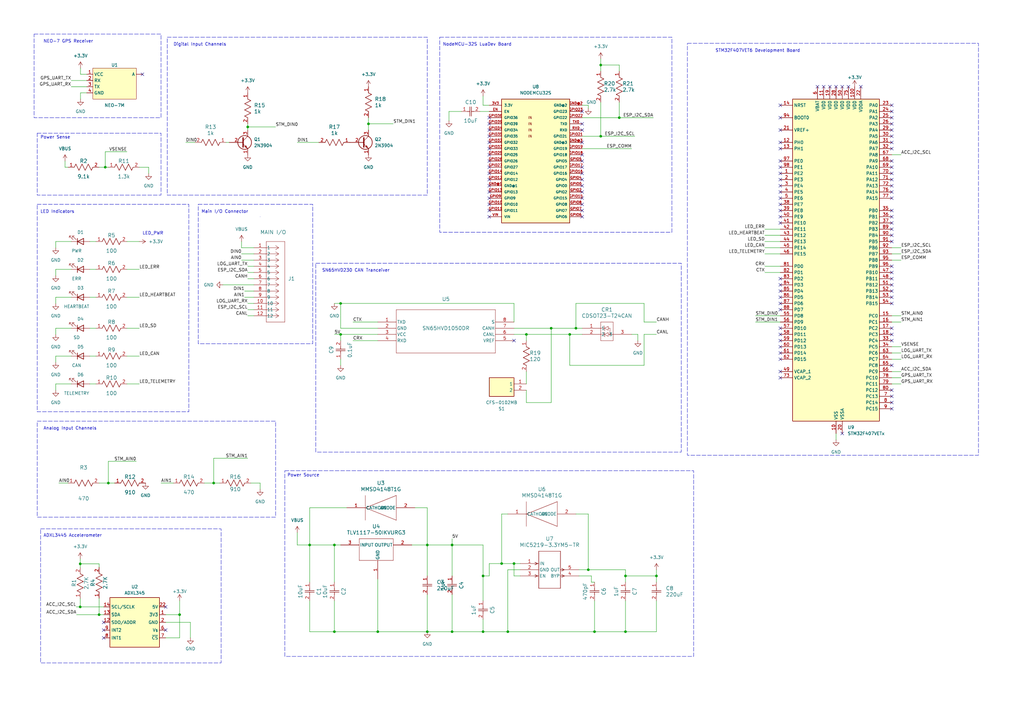
<source format=kicad_sch>
(kicad_sch (version 20230121) (generator eeschema)
  (paper "A3")
  (lib_symbols
    (symbol "39301121:39301121" (pin_names (offset 0.254))
      (property "Reference" "J" (at 8.89 6.35 0))
      (property "Value" "39301121" (at 0 0 0))
      (symbol "39301121_1_1"
        (pin unspecified line (at 0 0 0) (length 5.08) (name "1") (number "1"))
        (pin unspecified line (at 0 -22.86 0) (length 5.08) (name "10") (number "10"))
        (pin unspecified line (at 0 -25.4 0) (length 5.08) (name "11") (number "11"))
        (pin unspecified line (at 0 -27.94 0) (length 5.08) (name "12") (number "12"))
        (pin unspecified line (at 0 -2.54 0) (length 5.08) (name "2") (number "2"))
        (pin unspecified line (at 0 -5.08 0) (length 5.08) (name "3") (number "3"))
        (pin unspecified line (at 0 -7.62 0) (length 5.08) (name "4") (number "4"))
        (pin unspecified line (at 0 -10.16 0) (length 5.08) (name "5") (number "5"))
        (pin unspecified line (at 0 -12.7 0) (length 5.08) (name "6") (number "6"))
        (pin unspecified line (at 0 -15.24 0) (length 5.08) (name "7") (number "7"))
        (pin unspecified line (at 0 -17.78 0) (length 5.08) (name "8") (number "8"))
        (pin unspecified line (at 0 -20.32 0) (length 5.08) (name "9") (number "9"))
      )
    )
    (symbol "ADXL345:ADXL345_MODULE"
      (property "Reference" "U6" (at 0 -3.81 0))
      (property "Value" "ADXL345" (at -0.635 -27.94 0))
      (symbol "ADXL345_MODULE_1_1"
        (pin power_in line (at 12.065 -12.7 180) (length 2.54) (name "3V3") (number "1"))
        (pin bidirectional line (at -13.335 -15.875 0) (length 2.54) (name "SDO/ADDR") (number "12"))
        (pin bidirectional line (at -13.335 -12.7 0) (length 2.54) (name "SDA") (number "13"))
        (pin input line (at -13.335 -9.525 0) (length 2.54) (name "SCL/SCLK") (number "14"))
        (pin power_in line (at 12.065 -15.875 180) (length 2.54) (name "GND") (number "2"))
        (pin passive line (at 12.065 -9.525 180) (length 2.54) (name "5V") (number "22"))
        (pin power_in line (at 12.065 -19.05 180) (length 2.54) (name "Vs") (number "6"))
        (pin input line (at 12.065 -22.225 180) (length 2.54) (name "~{CS}") (number "7"))
        (pin output line (at -13.335 -22.225 0) (length 2.54) (name "INT1") (number "8"))
        (pin output line (at -13.335 -19.05 0) (length 2.54) (name "INT2") (number "9"))
      )
    )
    (symbol "CFS-0102MB:CFS-0102MB"
      (property "Reference" "S" (at 16.51 7.62 0))
      (property "Value" "CFS-0102MB" (at 16.51 5.08 0))
      (symbol "CFS-0102MB_1_1"
        (pin passive line (at 0 0 0) (length 5.08) (name "1") (number "1"))
        (pin passive line (at 0 -2.54 0) (length 5.08) (name "2") (number "2"))
      )
    )
    (symbol "CL31B106KOHNNWE:CL31B106KOHNNWE" (pin_names (offset 0.254))
      (property "Reference" "C" (at 3.81 3.81 0))
      (property "Value" "CL31B106KOHNNWE" (at 3.81 -3.81 0))
      (symbol "CL31B106KOHNNWE_1_1"
        (pin unspecified line (at 0 0 0) (length 2.54) (name "") (number "1"))
        (pin unspecified line (at 7.62 0 180) (length 2.54) (name "") (number "2"))
      )
    )
    (symbol "Device:LED" (pin_numbers hide) (pin_names (offset 1.016) hide)
      (property "Reference" "D" (at 0 2.54 0))
      (property "Value" "LED" (at 0 -2.54 0))
      (symbol "LED_1_1"
        (pin passive line (at -3.81 0 0) (length 2.54) (name "K") (number "1"))
        (pin passive line (at 3.81 0 180) (length 2.54) (name "A") (number "2"))
      )
    )
    (symbol "ESDA6V1LY:ESDA6V1LY" (pin_names (offset 0.254))
      (property "Reference" "CR" (at 10.16 7.62 0))
      (property "Value" "ESDA6V1LY" (at 10.16 5.08 0))
      (symbol "ESDA6V1LY_1_1"
        (pin unspecified line (at 0 0 0) (length 7.62) (name "1") (number "1"))
        (pin unspecified line (at 0 -2.54 0) (length 7.62) (name "2") (number "2"))
        (pin unspecified line (at 20.32 -2.54 180) (length 7.62) (name "3") (number "3"))
      )
    )
    (symbol "ESK107M025AE3EA:ESK107M025AE3EA" (pin_names (offset 0.254))
      (property "Reference" "C" (at 3.81 3.81 0))
      (property "Value" "ESK107M025AE3EA" (at 3.81 -3.81 0))
      (symbol "ESK107M025AE3EA_1_1"
        (pin unspecified line (at 0 0 0) (length 2.54) (name "") (number "1"))
        (pin unspecified line (at 7.62 0 180) (length 2.54) (name "") (number "2"))
      )
      (symbol "ESK107M025AE3EA_1_2"
        (pin unspecified line (at 0 0 270) (length 2.54) (name "") (number "1"))
        (pin unspecified line (at 0 -7.62 90) (length 2.54) (name "") (number "2"))
      )
    )
    (symbol "MCU_ST_STM32F4:STM32F407VETx"
      (property "Reference" "U" (at -17.78 67.31 0))
      (property "Value" "STM32F407VETx" (at 12.7 67.31 0))
      (symbol "STM32F407VETx_1_1"
        (pin bidirectional line (at -22.86 35.56 0) (length 5.08) (name "PE2") (number "1"))
        (pin power_in line (at 0 -71.12 90) (length 5.08) (name "VSS") (number "10"))
        (pin power_in line (at 7.62 71.12 270) (length 5.08) (name "VDD") (number "100"))
        (pin power_in line (at -5.08 71.12 270) (length 5.08) (name "VDD") (number "11"))
        (pin bidirectional line (at -22.86 48.26 0) (length 5.08) (name "PH0") (number "12"))
        (pin bidirectional line (at -22.86 45.72 0) (length 5.08) (name "PH1") (number "13"))
        (pin input line (at -22.86 63.5 0) (length 5.08) (name "NRST") (number "14"))
        (pin bidirectional line (at 22.86 -22.86 180) (length 5.08) (name "PC0") (number "15"))
        (pin bidirectional line (at 22.86 -25.4 180) (length 5.08) (name "PC1") (number "16"))
        (pin bidirectional line (at 22.86 -27.94 180) (length 5.08) (name "PC2") (number "17"))
        (pin bidirectional line (at 22.86 -30.48 180) (length 5.08) (name "PC3") (number "18"))
        (pin power_in line (at -2.54 71.12 270) (length 5.08) (name "VDD") (number "19"))
        (pin bidirectional line (at -22.86 33.02 0) (length 5.08) (name "PE3") (number "2"))
        (pin power_in line (at 2.54 -71.12 90) (length 5.08) (name "VSSA") (number "20"))
        (pin input line (at -22.86 53.34 0) (length 5.08) (name "VREF+") (number "21"))
        (pin power_in line (at 10.16 71.12 270) (length 5.08) (name "VDDA") (number "22"))
        (pin bidirectional line (at 22.86 63.5 180) (length 5.08) (name "PA0") (number "23"))
        (pin bidirectional line (at 22.86 60.96 180) (length 5.08) (name "PA1") (number "24"))
        (pin bidirectional line (at 22.86 58.42 180) (length 5.08) (name "PA2") (number "25"))
        (pin bidirectional line (at 22.86 55.88 180) (length 5.08) (name "PA3") (number "26"))
        (pin passive line (at 0 -71.12 90) (length 5.08) hide (name "VSS") (number "27"))
        (pin power_in line (at 0 71.12 270) (length 5.08) (name "VDD") (number "28"))
        (pin bidirectional line (at 22.86 53.34 180) (length 5.08) (name "PA4") (number "29"))
        (pin bidirectional line (at -22.86 30.48 0) (length 5.08) (name "PE4") (number "3"))
        (pin bidirectional line (at 22.86 50.8 180) (length 5.08) (name "PA5") (number "30"))
        (pin bidirectional line (at 22.86 48.26 180) (length 5.08) (name "PA6") (number "31"))
        (pin bidirectional line (at 22.86 45.72 180) (length 5.08) (name "PA7") (number "32"))
        (pin bidirectional line (at 22.86 -33.02 180) (length 5.08) (name "PC4") (number "33"))
        (pin bidirectional line (at 22.86 -35.56 180) (length 5.08) (name "PC5") (number "34"))
        (pin bidirectional line (at 22.86 20.32 180) (length 5.08) (name "PB0") (number "35"))
        (pin bidirectional line (at 22.86 17.78 180) (length 5.08) (name "PB1") (number "36"))
        (pin bidirectional line (at 22.86 15.24 180) (length 5.08) (name "PB2") (number "37"))
        (pin bidirectional line (at -22.86 22.86 0) (length 5.08) (name "PE7") (number "38"))
        (pin bidirectional line (at -22.86 20.32 0) (length 5.08) (name "PE8") (number "39"))
        (pin bidirectional line (at -22.86 27.94 0) (length 5.08) (name "PE5") (number "4"))
        (pin bidirectional line (at -22.86 17.78 0) (length 5.08) (name "PE9") (number "40"))
        (pin bidirectional line (at -22.86 15.24 0) (length 5.08) (name "PE10") (number "41"))
        (pin bidirectional line (at -22.86 12.7 0) (length 5.08) (name "PE11") (number "42"))
        (pin bidirectional line (at -22.86 10.16 0) (length 5.08) (name "PE12") (number "43"))
        (pin bidirectional line (at -22.86 7.62 0) (length 5.08) (name "PE13") (number "44"))
        (pin bidirectional line (at -22.86 5.08 0) (length 5.08) (name "PE14") (number "45"))
        (pin bidirectional line (at -22.86 2.54 0) (length 5.08) (name "PE15") (number "46"))
        (pin bidirectional line (at 22.86 -5.08 180) (length 5.08) (name "PB10") (number "47"))
        (pin bidirectional line (at 22.86 -7.62 180) (length 5.08) (name "PB11") (number "48"))
        (pin power_out line (at -22.86 -45.72 0) (length 5.08) (name "VCAP_1") (number "49"))
        (pin bidirectional line (at -22.86 25.4 0) (length 5.08) (name "PE6") (number "5"))
        (pin power_in line (at 2.54 71.12 270) (length 5.08) (name "VDD") (number "50"))
        (pin bidirectional line (at 22.86 -10.16 180) (length 5.08) (name "PB12") (number "51"))
        (pin bidirectional line (at 22.86 -12.7 180) (length 5.08) (name "PB13") (number "52"))
        (pin bidirectional line (at 22.86 -15.24 180) (length 5.08) (name "PB14") (number "53"))
        (pin bidirectional line (at 22.86 -17.78 180) (length 5.08) (name "PB15") (number "54"))
        (pin bidirectional line (at -22.86 -22.86 0) (length 5.08) (name "PD8") (number "55"))
        (pin bidirectional line (at -22.86 -25.4 0) (length 5.08) (name "PD9") (number "56"))
        (pin bidirectional line (at -22.86 -27.94 0) (length 5.08) (name "PD10") (number "57"))
        (pin bidirectional line (at -22.86 -30.48 0) (length 5.08) (name "PD11") (number "58"))
        (pin bidirectional line (at -22.86 -33.02 0) (length 5.08) (name "PD12") (number "59"))
        (pin power_in line (at -7.62 71.12 270) (length 5.08) (name "VBAT") (number "6"))
        (pin bidirectional line (at -22.86 -35.56 0) (length 5.08) (name "PD13") (number "60"))
        (pin bidirectional line (at -22.86 -38.1 0) (length 5.08) (name "PD14") (number "61"))
        (pin bidirectional line (at -22.86 -40.64 0) (length 5.08) (name "PD15") (number "62"))
        (pin bidirectional line (at 22.86 -38.1 180) (length 5.08) (name "PC6") (number "63"))
        (pin bidirectional line (at 22.86 -40.64 180) (length 5.08) (name "PC7") (number "64"))
        (pin bidirectional line (at 22.86 -43.18 180) (length 5.08) (name "PC8") (number "65"))
        (pin bidirectional line (at 22.86 -45.72 180) (length 5.08) (name "PC9") (number "66"))
        (pin bidirectional line (at 22.86 43.18 180) (length 5.08) (name "PA8") (number "67"))
        (pin bidirectional line (at 22.86 40.64 180) (length 5.08) (name "PA9") (number "68"))
        (pin bidirectional line (at 22.86 38.1 180) (length 5.08) (name "PA10") (number "69"))
        (pin bidirectional line (at 22.86 -55.88 180) (length 5.08) (name "PC13") (number "7"))
        (pin bidirectional line (at 22.86 35.56 180) (length 5.08) (name "PA11") (number "70"))
        (pin bidirectional line (at 22.86 33.02 180) (length 5.08) (name "PA12") (number "71"))
        (pin bidirectional line (at 22.86 30.48 180) (length 5.08) (name "PA13") (number "72"))
        (pin power_out line (at -22.86 -48.26 0) (length 5.08) (name "VCAP_2") (number "73"))
        (pin passive line (at 0 -71.12 90) (length 5.08) hide (name "VSS") (number "74"))
        (pin power_in line (at 5.08 71.12 270) (length 5.08) (name "VDD") (number "75"))
        (pin bidirectional line (at 22.86 27.94 180) (length 5.08) (name "PA14") (number "76"))
        (pin bidirectional line (at 22.86 25.4 180) (length 5.08) (name "PA15") (number "77"))
        (pin bidirectional line (at 22.86 -48.26 180) (length 5.08) (name "PC10") (number "78"))
        (pin bidirectional line (at 22.86 -50.8 180) (length 5.08) (name "PC11") (number "79"))
        (pin bidirectional line (at 22.86 -58.42 180) (length 5.08) (name "PC14") (number "8"))
        (pin bidirectional line (at 22.86 -53.34 180) (length 5.08) (name "PC12") (number "80"))
        (pin bidirectional line (at -22.86 -2.54 0) (length 5.08) (name "PD0") (number "81"))
        (pin bidirectional line (at -22.86 -5.08 0) (length 5.08) (name "PD1") (number "82"))
        (pin bidirectional line (at -22.86 -7.62 0) (length 5.08) (name "PD2") (number "83"))
        (pin bidirectional line (at -22.86 -10.16 0) (length 5.08) (name "PD3") (number "84"))
        (pin bidirectional line (at -22.86 -12.7 0) (length 5.08) (name "PD4") (number "85"))
        (pin bidirectional line (at -22.86 -15.24 0) (length 5.08) (name "PD5") (number "86"))
        (pin bidirectional line (at -22.86 -17.78 0) (length 5.08) (name "PD6") (number "87"))
        (pin bidirectional line (at -22.86 -20.32 0) (length 5.08) (name "PD7") (number "88"))
        (pin bidirectional line (at 22.86 12.7 180) (length 5.08) (name "PB3") (number "89"))
        (pin bidirectional line (at 22.86 -60.96 180) (length 5.08) (name "PC15") (number "9"))
        (pin bidirectional line (at 22.86 10.16 180) (length 5.08) (name "PB4") (number "90"))
        (pin bidirectional line (at 22.86 7.62 180) (length 5.08) (name "PB5") (number "91"))
        (pin bidirectional line (at 22.86 5.08 180) (length 5.08) (name "PB6") (number "92"))
        (pin bidirectional line (at 22.86 2.54 180) (length 5.08) (name "PB7") (number "93"))
        (pin input line (at -22.86 58.42 0) (length 5.08) (name "BOOT0") (number "94"))
        (pin bidirectional line (at 22.86 0 180) (length 5.08) (name "PB8") (number "95"))
        (pin bidirectional line (at 22.86 -2.54 180) (length 5.08) (name "PB9") (number "96"))
        (pin bidirectional line (at -22.86 40.64 0) (length 5.08) (name "PE0") (number "97"))
        (pin bidirectional line (at -22.86 38.1 0) (length 5.08) (name "PE1") (number "98"))
        (pin passive line (at 0 -71.12 90) (length 5.08) hide (name "VSS") (number "99"))
      )
    )
    (symbol "MIC5219_3_3YM5_TR:MIC5219-3.3YM5-TR" (pin_names (offset 0.254))
      (property "Reference" "U" (at 27.94 10.16 0))
      (property "Value" "MIC5219-3.3YM5-TR" (at 27.94 7.62 0))
      (symbol "MIC5219-3.3YM5-TR_0_1"
        (pin input line (at 16.51 0 0) (length 7.62) (name "IN") (number "1"))
        (pin power_in line (at 16.51 -2.54 0) (length 7.62) (name "GND") (number "2"))
        (pin input line (at 16.51 -5.08 0) (length 7.62) (name "EN") (number "3"))
        (pin output line (at 40.64 -5.08 180) (length 7.62) (name "BYP") (number "4"))
        (pin output line (at 40.64 -2.54 180) (length 7.62) (name "OUT") (number "5"))
      )
    )
    (symbol "MMSD4148T1G:MMSD4148T1G" (pin_names (offset 0.254))
      (property "Reference" "U" (at 25.4 10.16 0))
      (property "Value" "MMSD4148T1G" (at 25.4 7.62 0))
      (symbol "MMSD4148T1G_0_1"
        (pin unspecified line (at 50.8 0 180) (length 7.62) (name "ANODE") (number "2"))
      )
      (symbol "MMSD4148T1G_1_1"
        (pin unspecified line (at 22.86 0 0) (length 7.62) (name "CATHODE") (number "1"))
      )
    )
    (symbol "NEO-7M:NEO-7M_MODULE"
      (property "Reference" "U7" (at 0 0.635 0))
      (property "Value" "NEO-7M" (at 0 -15.875 0))
      (symbol "NEO-7M_MODULE_1_1"
        (pin input line (at 11.43 -3.81 180) (length 2.54) (name "A") (number ""))
        (pin input line (at -11.43 -3.81 0) (length 2.54) (name "VCC") (number "1"))
        (pin input line (at -11.43 -6.35 0) (length 2.54) (name "RX") (number "2"))
        (pin input line (at -11.43 -8.89 0) (length 2.54) (name "TX") (number "3"))
        (pin input line (at -11.43 -11.43 0) (length 2.54) (name "GND") (number "4"))
      )
    )
    (symbol "NODEMCU32S:NODEMCU32S" (pin_names (offset 1.016))
      (property "Reference" "U" (at -12.7 22.86 0))
      (property "Value" "NODEMCU32S" (at -12.7 -30.48 0))
      (symbol "NODEMCU32S_0_0"
        (text "IN" (at -1.905 7.62 0) (effects (font (size 1.016 1.016)) (justify left)))
        (text "IN" (at -1.905 10.16 0) (effects (font (size 1.016 1.016)) (justify left)))
        (text "IN" (at -1.905 12.7 0) (effects (font (size 1.016 1.016)) (justify left)))
        (text "IN" (at -1.905 15.24 0) (effects (font (size 1.016 1.016)) (justify left)))
        (pin bidirectional line (at -17.78 20.32 0) (length 5.08) (name "3.3V") (number "3V3"))
        (pin bidirectional line (at -17.78 17.78 0) (length 5.08) (name "EN") (number "EN"))
        (pin bidirectional line (at -17.78 -12.7 0) (length 5.08) (name "GND@1") (number "GND@1"))
        (pin bidirectional line (at 20.32 20.32 180) (length 5.08) (name "GND@2") (number "GND@2"))
        (pin bidirectional line (at 20.32 5.08 180) (length 5.08) (name "GND@3") (number "GND@3"))
        (pin bidirectional line (at 20.32 -12.7 180) (length 5.08) (name "GPIO0") (number "GPIO0"))
        (pin bidirectional line (at -17.78 -20.32 0) (length 5.08) (name "GPIO10") (number "GPIO10"))
        (pin bidirectional line (at -17.78 -22.86 0) (length 5.08) (name "GPIO11") (number "GPIO11"))
        (pin bidirectional line (at -17.78 -10.16 0) (length 5.08) (name "GPIO12") (number "GPIO12"))
        (pin bidirectional line (at -17.78 -15.24 0) (length 5.08) (name "GPIO13") (number "GPIO13"))
        (pin bidirectional line (at -17.78 -7.62 0) (length 5.08) (name "GPIO14") (number "GPIO14"))
        (pin bidirectional line (at 20.32 -17.78 180) (length 5.08) (name "GPIO15") (number "GPIO15"))
        (pin bidirectional line (at 20.32 -7.62 180) (length 5.08) (name "GPIO16") (number "GPIO16"))
        (pin bidirectional line (at 20.32 -5.08 180) (length 5.08) (name "GPIO17") (number "GPIO17"))
        (pin bidirectional line (at 20.32 0 180) (length 5.08) (name "GPIO18") (number "GPIO18"))
        (pin bidirectional line (at 20.32 2.54 180) (length 5.08) (name "GPIO19") (number "GPIO19"))
        (pin bidirectional line (at 20.32 -15.24 180) (length 5.08) (name "GPIO2") (number "GPIO2"))
        (pin bidirectional line (at 20.32 7.62 180) (length 5.08) (name "GPIO21") (number "GPIO21"))
        (pin bidirectional line (at 20.32 15.24 180) (length 5.08) (name "GPIO22") (number "GPIO22"))
        (pin bidirectional line (at 20.32 17.78 180) (length 5.08) (name "GPIO23") (number "GPIO23"))
        (pin bidirectional line (at -17.78 0 0) (length 5.08) (name "GPIO25") (number "GPIO25"))
        (pin bidirectional line (at -17.78 -2.54 0) (length 5.08) (name "GPIO26") (number "GPIO26"))
        (pin bidirectional line (at -17.78 -5.08 0) (length 5.08) (name "GPIO27") (number "GPIO27"))
        (pin bidirectional line (at -17.78 5.08 0) (length 5.08) (name "GPIO32") (number "GPIO32"))
        (pin bidirectional line (at -17.78 2.54 0) (length 5.08) (name "GPIO33") (number "GPIO33"))
        (pin input line (at -17.78 10.16 0) (length 5.08) (name "GPIO34") (number "GPIO34"))
        (pin input line (at -17.78 7.62 0) (length 5.08) (name "GPIO35") (number "GPIO35"))
        (pin input line (at -17.78 15.24 0) (length 5.08) (name "GPIO36") (number "GPIO36"))
        (pin input line (at -17.78 12.7 0) (length 5.08) (name "GPIO39") (number "GPIO39"))
        (pin bidirectional line (at 20.32 -10.16 180) (length 5.08) (name "GPIO4") (number "GPIO4"))
        (pin bidirectional line (at 20.32 -2.54 180) (length 5.08) (name "GPIO5") (number "GPIO5"))
        (pin bidirectional line (at 20.32 -25.4 180) (length 5.08) (name "GPIO6") (number "GPIO6"))
        (pin bidirectional line (at 20.32 -22.86 180) (length 5.08) (name "GPIO7") (number "GPIO7"))
        (pin bidirectional line (at 20.32 -20.32 180) (length 5.08) (name "GPIO8") (number "GPIO8"))
        (pin bidirectional line (at -17.78 -17.78 0) (length 5.08) (name "GPIO9") (number "GPIO9"))
        (pin bidirectional line (at 20.32 10.16 180) (length 5.08) (name "RX0") (number "RX0"))
        (pin bidirectional line (at 20.32 12.7 180) (length 5.08) (name "TX0") (number "TX0"))
        (pin bidirectional line (at -17.78 -25.4 0) (length 5.08) (name "VIN") (number "VIN"))
      )
    )
    (symbol "RC1206FR-0710KL_1" (pin_names (offset 0.254))
      (property "Reference" "R" (at 5.715 3.81 0))
      (property "Value" "RC1206FR-0710KL" (at 6.35 -3.81 0))
      (symbol "RC1206FR-0710KL_1_1_1"
        (pin unspecified line (at 12.7 0 180) (length 2.54) (name "") (number "1"))
        (pin unspecified line (at 0 0 0) (length 2.54) (name "") (number "2"))
      )
    )
    (symbol "RC1206FR_0710KL:RC1206FR-0710KL" (pin_names (offset 0.254))
      (property "Reference" "R" (at 5.715 3.81 0))
      (property "Value" "RC1206FR-0710KL" (at 6.35 -3.81 0))
      (symbol "RC1206FR-0710KL_1_1"
        (pin unspecified line (at 12.7 0 180) (length 2.54) (name "") (number "1"))
        (pin unspecified line (at 0 0 0) (length 2.54) (name "") (number "2"))
      )
    )
    (symbol "SN65HVD1050DR:SN65HVD1050DR" (pin_names (offset 0.254))
      (property "Reference" "U" (at 27.94 10.16 0))
      (property "Value" "SN65HVD1050DR" (at 27.94 7.62 0))
      (symbol "SN65HVD1050DR_1_1"
        (pin input line (at 0 0 0) (length 7.62) (name "TXD") (number "1"))
        (pin power_in line (at 0 -2.54 0) (length 7.62) (name "GND") (number "2"))
        (pin power_in line (at 0 -5.08 0) (length 7.62) (name "VCC") (number "3"))
        (pin output line (at 0 -7.62 0) (length 7.62) (name "RXD") (number "4"))
        (pin power_in line (at 55.88 -7.62 180) (length 7.62) (name "VREF") (number "5"))
        (pin output line (at 55.88 -5.08 180) (length 7.62) (name "CANL") (number "6"))
        (pin output line (at 55.88 -2.54 180) (length 7.62) (name "CANH") (number "7"))
        (pin input line (at 55.88 0 180) (length 7.62) (name "S") (number "8"))
      )
    )
    (symbol "TLV1117_50IKVURG3:TLV1117-50IKVURG3" (pin_names (offset 0.254))
      (property "Reference" "U" (at 35.56 10.16 0))
      (property "Value" "TLV1117-50IKVURG3" (at 35.56 7.62 0))
      (symbol "TLV1117-50IKVURG3_0_1"
        (pin output line (at 49.53 -1.27 180) (length 7.62) (name "OUTPUT") (number "2"))
      )
      (symbol "TLV1117-50IKVURG3_1_1"
        (pin unspecified line (at 35.56 -15.24 90) (length 7.62) (name "GND") (number "1"))
        (pin input line (at 20.32 -1.27 0) (length 7.62) (name "INPUT") (number "3"))
      )
    )
    (symbol "Transistor_BJT:2N3904" (pin_names (offset 0) hide)
      (property "Reference" "Q" (at 5.08 1.905 0))
      (property "Value" "2N3904" (at 5.08 0 0))
      (symbol "2N3904_1_1"
        (pin passive line (at 2.54 -5.08 90) (length 2.54) (name "E") (number "1"))
        (pin passive line (at -5.08 0 0) (length 5.715) (name "B") (number "2"))
        (pin passive line (at 2.54 5.08 270) (length 2.54) (name "C") (number "3"))
      )
    )
    (symbol "power:+3.3V" (power) (pin_names (offset 0))
      (property "Value" "+3.3V" (at 0 3.556 0))
      (symbol "+3.3V_1_1"
        (pin power_in line (at 0 0 90) (length 0) hide (name "+3.3V") (number "1"))
      )
    )
    (symbol "power:GND" (power) (pin_names (offset 0))
      (property "Value" "GND" (at 0 -3.81 0))
      (symbol "GND_1_1"
        (pin power_in line (at 0 0 270) (length 0) hide (name "GND") (number "1"))
      )
    )
    (symbol "power:VBUS" (power) (pin_names (offset 0))
      (property "Value" "VBUS" (at 0 3.81 0))
      (symbol "VBUS_1_1"
        (pin power_in line (at 0 0 90) (length 0) hide (name "VBUS") (number "1"))
      )
    )
  )
  (junction (at 139.7 124.46))
  (junction (at 154.94 259.08))
  (junction (at 210.82 231.14))
  (junction (at 254 48.26))
  (junction (at 43.18 68.58))
  (junction (at 127 223.52))
  (junction (at 151.13 50.8))
  (junction (at 137.16 259.08))
  (junction (at 241.3 233.68))
  (junction (at 175.26 223.52))
  (junction (at 256.54 236.22))
  (junction (at 269.24 236.22))
  (junction (at 139.7 137.16))
  (junction (at 175.26 259.08))
  (junction (at 73.66 252.095))
  (junction (at 185.42 259.08))
  (junction (at 40.64 252.095))
  (junction (at 137.16 223.52))
  (junction (at 246.38 55.88))
  (junction (at 198.12 236.22))
  (junction (at 243.84 259.08))
  (junction (at 236.22 134.62))
  (junction (at 185.42 223.52))
  (junction (at 205.74 231.14))
  (junction (at 32.893 231.267))
  (junction (at 233.68 137.16))
  (junction (at 32.893 248.92))
  (junction (at 246.38 26.67))
  (junction (at 198.12 259.08))
  (junction (at 208.28 259.08))
  (junction (at 44.45 198.12))
  (junction (at 87.63 198.12))
  (junction (at 256.54 259.08))
  (junction (at 101.6 52.07))
  (junction (at 226.06 134.62))
  (junction (at 215.9 137.16))
  (no_connect (at 320.04 137.16))
  (no_connect (at 238.76 53.34))
  (no_connect (at 337.82 35.56))
  (no_connect (at 365.76 50.8))
  (no_connect (at 238.76 86.36))
  (no_connect (at 365.76 58.42))
  (no_connect (at 365.76 93.98))
  (no_connect (at 320.04 78.74))
  (no_connect (at 238.76 71.12))
  (no_connect (at 238.76 58.42))
  (no_connect (at 320.04 58.42))
  (no_connect (at 200.66 78.74))
  (no_connect (at 200.66 88.9))
  (no_connect (at 365.76 139.7))
  (no_connect (at 365.76 60.96))
  (no_connect (at 58.42 30.48))
  (no_connect (at 320.04 134.62))
  (no_connect (at 365.76 134.62))
  (no_connect (at 200.66 68.58))
  (no_connect (at 200.66 60.96))
  (no_connect (at 320.04 86.36))
  (no_connect (at 365.76 66.04))
  (no_connect (at 238.76 88.9))
  (no_connect (at 320.04 71.12))
  (no_connect (at 365.76 162.56))
  (no_connect (at 67.945 248.92))
  (no_connect (at 238.76 63.5))
  (no_connect (at 365.76 119.38))
  (no_connect (at 320.04 76.2))
  (no_connect (at 200.66 83.82))
  (no_connect (at 365.76 99.06))
  (no_connect (at 200.66 76.2))
  (no_connect (at 320.04 119.38))
  (no_connect (at 365.76 165.1))
  (no_connect (at 365.76 45.72))
  (no_connect (at 365.76 111.76))
  (no_connect (at 365.76 81.28))
  (no_connect (at 200.66 55.88))
  (no_connect (at 320.04 142.24))
  (no_connect (at 365.76 88.9))
  (no_connect (at 200.66 53.34))
  (no_connect (at 200.66 63.5))
  (no_connect (at 365.76 86.36))
  (no_connect (at 365.76 167.64))
  (no_connect (at 320.04 147.32))
  (no_connect (at 238.76 45.72))
  (no_connect (at 365.76 149.86))
  (no_connect (at 238.76 66.04))
  (no_connect (at 365.76 96.52))
  (no_connect (at 365.76 73.66))
  (no_connect (at 200.66 50.8))
  (no_connect (at 42.545 261.62))
  (no_connect (at 42.545 258.445))
  (no_connect (at 365.76 76.2))
  (no_connect (at 365.76 121.92))
  (no_connect (at 200.66 86.36))
  (no_connect (at 353.06 35.56))
  (no_connect (at 320.04 48.26))
  (no_connect (at 238.76 68.58))
  (no_connect (at 335.28 35.56))
  (no_connect (at 320.04 53.34))
  (no_connect (at 320.04 43.18))
  (no_connect (at 238.76 73.66))
  (no_connect (at 320.04 66.04))
  (no_connect (at 365.76 124.46))
  (no_connect (at 365.76 116.84))
  (no_connect (at 365.76 160.02))
  (no_connect (at 200.66 48.26))
  (no_connect (at 210.82 139.7))
  (no_connect (at 320.04 81.28))
  (no_connect (at 200.66 81.28))
  (no_connect (at 320.04 88.9))
  (no_connect (at 320.04 68.58))
  (no_connect (at 365.76 68.58))
  (no_connect (at 365.76 53.34))
  (no_connect (at 238.76 78.74))
  (no_connect (at 238.76 83.82))
  (no_connect (at 365.76 137.16))
  (no_connect (at 238.76 81.28))
  (no_connect (at 320.04 91.44))
  (no_connect (at 320.04 83.82))
  (no_connect (at 365.76 114.3))
  (no_connect (at 320.04 127))
  (no_connect (at 200.66 66.04))
  (no_connect (at 320.04 124.46))
  (no_connect (at 340.36 35.56))
  (no_connect (at 200.66 71.12))
  (no_connect (at 347.98 35.56))
  (no_connect (at 200.66 58.42))
  (no_connect (at 238.76 50.8))
  (no_connect (at 320.04 114.3))
  (no_connect (at 320.04 144.78))
  (no_connect (at 200.66 73.66))
  (no_connect (at 320.04 60.96))
  (no_connect (at 67.945 258.445))
  (no_connect (at 320.04 139.7))
  (no_connect (at 365.76 78.74))
  (no_connect (at 238.76 76.2))
  (no_connect (at 345.44 35.56))
  (no_connect (at 345.44 177.8))
  (no_connect (at 365.76 91.44))
  (no_connect (at 42.545 255.27))
  (no_connect (at 365.76 71.12))
  (no_connect (at 320.04 154.94))
  (no_connect (at 365.76 48.26))
  (no_connect (at 320.04 73.66))
  (no_connect (at 320.04 116.84))
  (no_connect (at 320.04 121.92))
  (no_connect (at 365.76 55.88))
  (no_connect (at 320.04 152.4))
  (no_connect (at 365.76 43.18))
  (no_connect (at 365.76 109.22))
  (no_connect (at 342.9 35.56))
  (wire (pts (xy 43.18 68.58) (xy 43.18 62.23)))
  (wire (pts (xy 127 259.08) (xy 137.16 259.08)))
  (wire (pts (xy 241.3 210.82) (xy 241.3 233.68)))
  (wire (pts (xy 208.28 210.82) (xy 205.74 210.82)))
  (wire (pts (xy 185.42 259.08) (xy 198.12 259.08)))
  (wire (pts (xy 104.14 129.54) (xy 101.6 129.54)))
  (wire (pts (xy 200.66 236.22) (xy 198.12 236.22)))
  (wire (pts (xy 22.86 110.49) (xy 22.86 113.03)))
  (wire (pts (xy 185.42 243.84) (xy 185.42 259.08)))
  (wire (pts (xy 254 41.91) (xy 254 48.26)))
  (wire (pts (xy 215.9 137.16) (xy 233.68 137.16)))
  (wire (pts (xy 215.9 152.4) (xy 215.9 157.48)))
  (wire (pts (xy 32.893 245.491) (xy 32.893 248.92)))
  (wire (pts (xy 241.3 43.18) (xy 241.3 44.45)))
  (wire (pts (xy 208.28 233.68) (xy 208.28 259.08)))
  (wire (pts (xy 44.45 198.12) (xy 46.99 198.12)))
  (wire (pts (xy 365.76 152.4) (xy 369.57 152.4)))
  (wire (pts (xy 36.83 110.49) (xy 39.37 110.49)))
  (wire (pts (xy 256.54 236.22) (xy 256.54 238.76)))
  (wire (pts (xy 137.16 259.08) (xy 154.94 259.08)))
  (wire (pts (xy 73.66 252.095) (xy 73.66 261.62)))
  (wire (pts (xy 101.6 52.07) (xy 113.03 52.07)))
  (wire (pts (xy 22.86 157.48) (xy 22.86 160.02)))
  (wire (pts (xy 205.74 231.14) (xy 200.66 231.14)))
  (wire (pts (xy 185.42 220.98) (xy 185.42 223.52)))
  (wire (pts (xy 264.16 132.08) (xy 269.24 132.08)))
  (wire (pts (xy 154.94 237.49) (xy 154.94 259.08)))
  (wire (pts (xy 33.02 38.1) (xy 33.02 40.64)))
  (wire (pts (xy 26.67 66.04) (xy 26.67 68.58)))
  (wire (pts (xy 32.893 231.267) (xy 32.893 232.791)))
  (wire (pts (xy 52.07 99.06) (xy 57.15 99.06)))
  (wire (pts (xy 100.33 121.92) (xy 104.14 121.92)))
  (wire (pts (xy 365.76 104.14) (xy 369.57 104.14)))
  (wire (pts (xy 144.78 132.08) (xy 154.94 132.08)))
  (wire (pts (xy 73.66 246.38) (xy 73.66 252.095)))
  (wire (pts (xy 29.21 157.48) (xy 22.86 157.48)))
  (wire (pts (xy 151.13 50.8) (xy 151.13 53.34)))
  (wire (pts (xy 256.54 233.68) (xy 256.54 236.22)))
  (wire (pts (xy 246.38 29.21) (xy 246.38 26.67)))
  (wire (pts (xy 259.08 137.16) (xy 261.62 137.16)))
  (wire (pts (xy 365.76 147.32) (xy 369.57 147.32)))
  (wire (pts (xy 29.21 134.62) (xy 22.86 134.62)))
  (wire (pts (xy 365.76 157.48) (xy 369.57 157.48)))
  (wire (pts (xy 91.44 116.84) (xy 104.14 116.84)))
  (wire (pts (xy 200.66 43.18) (xy 198.12 43.18)))
  (wire (pts (xy 313.69 109.22) (xy 320.04 109.22)))
  (wire (pts (xy 22.86 146.05) (xy 22.86 148.59)))
  (wire (pts (xy 22.86 99.06) (xy 22.86 101.6)))
  (wire (pts (xy 210.82 231.14) (xy 205.74 231.14)))
  (wire (pts (xy 83.82 198.12) (xy 87.63 198.12)))
  (wire (pts (xy 142.24 208.28) (xy 127 208.28)))
  (wire (pts (xy 29.21 146.05) (xy 22.86 146.05)))
  (wire (pts (xy 40.64 252.095) (xy 42.545 252.095)))
  (wire (pts (xy 33.02 27.94) (xy 33.02 30.48)))
  (wire (pts (xy 210.82 231.14) (xy 213.36 231.14)))
  (wire (pts (xy 139.7 134.62) (xy 154.94 134.62)))
  (wire (pts (xy 237.49 236.22) (xy 242.57 236.22)))
  (wire (pts (xy 67.945 261.62) (xy 73.66 261.62)))
  (wire (pts (xy 256.54 236.22) (xy 269.24 236.22)))
  (wire (pts (xy 246.38 55.88) (xy 260.35 55.88)))
  (wire (pts (xy 52.07 110.49) (xy 57.15 110.49)))
  (wire (pts (xy 29.21 99.06) (xy 22.86 99.06)))
  (wire (pts (xy 184.15 45.72) (xy 184.15 49.53)))
  (wire (pts (xy 236.22 210.82) (xy 241.3 210.82)))
  (wire (pts (xy 189.23 45.72) (xy 184.15 45.72)))
  (wire (pts (xy 242.57 238.76) (xy 243.84 238.76)))
  (wire (pts (xy 236.22 124.46) (xy 264.16 124.46)))
  (wire (pts (xy 175.26 223.52) (xy 175.26 236.22)))
  (wire (pts (xy 29.21 110.49) (xy 22.86 110.49)))
  (wire (pts (xy 264.16 137.16) (xy 269.24 137.16)))
  (wire (pts (xy 106.68 198.12) (xy 102.87 198.12)))
  (wire (pts (xy 121.92 218.44) (xy 121.92 223.52)))
  (wire (pts (xy 137.16 124.46) (xy 139.7 124.46)))
  (wire (pts (xy 154.94 137.16) (xy 139.7 137.16)))
  (wire (pts (xy 233.68 149.86) (xy 264.16 149.86)))
  (wire (pts (xy 241.3 233.68) (xy 256.54 233.68)))
  (wire (pts (xy 175.26 208.28) (xy 170.18 208.28)))
  (wire (pts (xy 121.92 58.42) (xy 130.81 58.42)))
  (wire (pts (xy 144.78 139.7) (xy 154.94 139.7)))
  (wire (pts (xy 210.82 132.08) (xy 210.82 124.46)))
  (wire (pts (xy 365.76 101.6) (xy 369.57 101.6)))
  (wire (pts (xy 127 223.52) (xy 127 238.76)))
  (wire (pts (xy 198.12 236.22) (xy 198.12 246.38)))
  (wire (pts (xy 238.76 43.18) (xy 241.3 43.18)))
  (wire (pts (xy 256.54 259.08) (xy 243.84 259.08)))
  (wire (pts (xy 40.64 231.267) (xy 32.893 231.267)))
  (wire (pts (xy 32.893 248.92) (xy 31.242 248.92)))
  (wire (pts (xy 309.88 132.08) (xy 320.04 132.08)))
  (wire (pts (xy 196.85 45.72) (xy 200.66 45.72)))
  (wire (pts (xy 208.28 259.08) (xy 198.12 259.08)))
  (wire (pts (xy 185.42 223.52) (xy 185.42 236.22)))
  (wire (pts (xy 175.26 223.52) (xy 185.42 223.52)))
  (wire (pts (xy 365.76 106.68) (xy 369.57 106.68)))
  (wire (pts (xy 309.88 129.54) (xy 320.04 129.54)))
  (wire (pts (xy 139.7 147.32) (xy 139.7 149.86)))
  (wire (pts (xy 198.12 39.37) (xy 198.12 43.18)))
  (wire (pts (xy 43.18 62.23) (xy 52.07 62.23)))
  (wire (pts (xy 365.76 63.5) (xy 369.57 63.5)))
  (wire (pts (xy 44.45 189.23) (xy 44.45 198.12)))
  (wire (pts (xy 210.82 236.22) (xy 210.82 231.14)))
  (wire (pts (xy 269.24 233.68) (xy 269.24 236.22)))
  (wire (pts (xy 137.16 223.52) (xy 137.16 238.76)))
  (wire (pts (xy 365.76 132.08) (xy 369.57 132.08)))
  (wire (pts (xy 215.9 165.1) (xy 226.06 165.1)))
  (wire (pts (xy 42.545 248.92) (xy 32.893 248.92)))
  (wire (pts (xy 154.94 259.08) (xy 175.26 259.08)))
  (wire (pts (xy 168.91 223.52) (xy 175.26 223.52)))
  (wire (pts (xy 238.76 48.26) (xy 254 48.26)))
  (wire (pts (xy 185.42 223.52) (xy 198.12 223.52)))
  (wire (pts (xy 210.82 124.46) (xy 139.7 124.46)))
  (wire (pts (xy 57.15 68.58) (xy 60.96 68.58)))
  (wire (pts (xy 35.56 38.1) (xy 33.02 38.1)))
  (wire (pts (xy 40.64 245.364) (xy 40.64 252.095)))
  (wire (pts (xy 233.68 137.16) (xy 238.76 137.16)))
  (wire (pts (xy 44.45 189.23) (xy 55.88 189.23)))
  (wire (pts (xy 24.13 198.12) (xy 27.94 198.12)))
  (wire (pts (xy 254 26.67) (xy 254 29.21)))
  (wire (pts (xy 365.76 129.54) (xy 369.57 129.54)))
  (wire (pts (xy 151.13 50.8) (xy 161.29 50.8)))
  (wire (pts (xy 342.9 180.34) (xy 342.9 177.8)))
  (wire (pts (xy 238.76 60.96) (xy 259.08 60.96)))
  (wire (pts (xy 127 223.52) (xy 121.92 223.52)))
  (wire (pts (xy 32.893 229.235) (xy 32.893 231.267)))
  (wire (pts (xy 67.945 255.27) (xy 78.105 255.27)))
  (wire (pts (xy 236.22 134.62) (xy 238.76 134.62)))
  (wire (pts (xy 101.6 52.07) (xy 101.6 53.34)))
  (wire (pts (xy 365.76 142.24) (xy 369.57 142.24)))
  (wire (pts (xy 246.38 41.91) (xy 246.38 55.88)))
  (wire (pts (xy 246.38 26.67) (xy 254 26.67)))
  (wire (pts (xy 35.56 30.48) (xy 33.02 30.48)))
  (wire (pts (xy 67.945 252.095) (xy 73.66 252.095)))
  (wire (pts (xy 43.18 68.58) (xy 44.45 68.58)))
  (wire (pts (xy 101.6 114.3) (xy 104.14 114.3)))
  (wire (pts (xy 22.86 134.62) (xy 22.86 137.16)))
  (wire (pts (xy 40.64 68.58) (xy 43.18 68.58)))
  (wire (pts (xy 36.83 157.48) (xy 39.37 157.48)))
  (wire (pts (xy 198.12 223.52) (xy 198.12 236.22)))
  (wire (pts (xy 264.16 124.46) (xy 264.16 132.08)))
  (wire (pts (xy 139.7 124.46) (xy 139.7 134.62)))
  (wire (pts (xy 198.12 259.08) (xy 198.12 254)))
  (wire (pts (xy 313.69 96.52) (xy 320.04 96.52)))
  (wire (pts (xy 87.63 198.12) (xy 90.17 198.12)))
  (wire (pts (xy 365.76 144.78) (xy 369.57 144.78)))
  (wire (pts (xy 36.83 121.92) (xy 39.37 121.92)))
  (wire (pts (xy 243.84 259.08) (xy 208.28 259.08)))
  (wire (pts (xy 365.76 154.94) (xy 369.57 154.94)))
  (wire (pts (xy 261.62 137.16) (xy 261.62 139.7)))
  (wire (pts (xy 210.82 137.16) (xy 215.9 137.16)))
  (wire (pts (xy 26.67 68.58) (xy 27.94 68.58)))
  (wire (pts (xy 205.74 210.82) (xy 205.74 231.14)))
  (wire (pts (xy 226.06 134.62) (xy 236.22 134.62)))
  (wire (pts (xy 137.16 137.16) (xy 139.7 137.16)))
  (wire (pts (xy 100.33 119.38) (xy 104.14 119.38)))
  (wire (pts (xy 213.36 236.22) (xy 210.82 236.22)))
  (wire (pts (xy 101.6 109.22) (xy 104.14 109.22)))
  (wire (pts (xy 254 48.26) (xy 267.97 48.26)))
  (wire (pts (xy 127 223.52) (xy 137.16 223.52)))
  (wire (pts (xy 175.26 259.08) (xy 185.42 259.08)))
  (wire (pts (xy 40.64 198.12) (xy 44.45 198.12)))
  (wire (pts (xy 52.07 121.92) (xy 57.15 121.92)))
  (wire (pts (xy 313.69 99.06) (xy 320.04 99.06)))
  (wire (pts (xy 36.83 146.05) (xy 39.37 146.05)))
  (wire (pts (xy 29.21 35.56) (xy 35.56 35.56)))
  (wire (pts (xy 215.9 160.02) (xy 215.9 165.1)))
  (wire (pts (xy 238.76 55.88) (xy 246.38 55.88)))
  (wire (pts (xy 76.2 58.42) (xy 80.01 58.42)))
  (wire (pts (xy 78.105 255.27) (xy 78.105 261.62)))
  (wire (pts (xy 213.36 233.68) (xy 208.28 233.68)))
  (wire (pts (xy 151.13 48.26) (xy 151.13 50.8)))
  (wire (pts (xy 256.54 246.38) (xy 256.54 259.08)))
  (wire (pts (xy 60.96 68.58) (xy 60.96 71.12)))
  (wire (pts (xy 104.14 127) (xy 101.6 127)))
  (wire (pts (xy 99.06 104.14) (xy 104.14 104.14)))
  (wire (pts (xy 242.57 236.22) (xy 242.57 238.76)))
  (wire (pts (xy 52.07 146.05) (xy 57.15 146.05)))
  (wire (pts (xy 233.68 137.16) (xy 233.68 149.86)))
  (wire (pts (xy 106.68 200.66) (xy 106.68 198.12)))
  (wire (pts (xy 52.07 134.62) (xy 57.15 134.62)))
  (wire (pts (xy 36.83 134.62) (xy 39.37 134.62)))
  (wire (pts (xy 99.06 106.68) (xy 104.14 106.68)))
  (wire (pts (xy 127 246.38) (xy 127 259.08)))
  (wire (pts (xy 210.82 134.62) (xy 226.06 134.62)))
  (wire (pts (xy 31.369 252.095) (xy 40.64 252.095)))
  (wire (pts (xy 264.16 149.86) (xy 264.16 137.16)))
  (wire (pts (xy 236.22 134.62) (xy 236.22 124.46)))
  (wire (pts (xy 52.07 157.48) (xy 57.15 157.48)))
  (wire (pts (xy 200.66 231.14) (xy 200.66 236.22)))
  (wire (pts (xy 99.06 101.6) (xy 104.14 101.6)))
  (wire (pts (xy 92.71 58.42) (xy 93.98 58.42)))
  (wire (pts (xy 22.86 121.92) (xy 22.86 124.46)))
  (wire (pts (xy 137.16 223.52) (xy 139.7 223.52)))
  (wire (pts (xy 104.14 124.46) (xy 101.6 124.46)))
  (wire (pts (xy 40.64 232.664) (xy 40.64 231.267)))
  (wire (pts (xy 313.69 93.98) (xy 320.04 93.98)))
  (wire (pts (xy 269.24 259.08) (xy 256.54 259.08)))
  (wire (pts (xy 269.24 246.38) (xy 269.24 259.08)))
  (wire (pts (xy 243.84 246.38) (xy 243.84 259.08)))
  (wire (pts (xy 313.69 111.76) (xy 320.04 111.76)))
  (wire (pts (xy 36.83 99.06) (xy 39.37 99.06)))
  (wire (pts (xy 29.21 33.02) (xy 35.56 33.02)))
  (wire (pts (xy 269.24 236.22) (xy 269.24 238.76)))
  (wire (pts (xy 87.63 187.96) (xy 101.6 187.96)))
  (wire (pts (xy 215.9 137.16) (xy 215.9 139.7)))
  (wire (pts (xy 101.6 111.76) (xy 104.14 111.76)))
  (wire (pts (xy 237.49 233.68) (xy 241.3 233.68)))
  (wire (pts (xy 313.69 104.14) (xy 320.04 104.14)))
  (wire (pts (xy 101.6 50.8) (xy 101.6 52.07)))
  (wire (pts (xy 175.26 223.52) (xy 175.26 208.28)))
  (wire (pts (xy 127 208.28) (xy 127 223.52)))
  (wire (pts (xy 137.16 246.38) (xy 137.16 259.08)))
  (wire (pts (xy 99.06 99.06) (xy 99.06 101.6)))
  (wire (pts (xy 175.26 243.84) (xy 175.26 259.08)))
  (wire (pts (xy 313.69 101.6) (xy 320.04 101.6)))
  (wire (pts (xy 29.21 121.92) (xy 22.86 121.92)))
  (wire (pts (xy 139.7 137.16) (xy 139.7 139.7)))
  (wire (pts (xy 66.04 198.12) (xy 71.12 198.12)))
  (wire (pts (xy 246.38 24.13) (xy 246.38 26.67)))
  (wire (pts (xy 87.63 198.12) (xy 87.63 187.96)))
  (wire (pts (xy 226.06 165.1) (xy 226.06 134.62)))
  (rectangle (start 15.24 172.72) (end 113.03 212.09) (stroke (width 0) (type dash)))
  (rectangle (start 129.54 107.95) (end 279.4 185.42) (stroke (width 0) (type dash)))
  (rectangle (start 15.24 54.61) (end 66.04 80.01) (stroke (width 0) (type dash)))
  (rectangle (start 106.68 88.9) (end 106.68 88.9))
  (rectangle (start 16.637 216.916) (end 90.678 271.907) (stroke (width 0) (type dash)))
  (rectangle (start 68.58 15.24) (end 175.26 80.01) (stroke (width 0) (type dash)))
  (rectangle (start 281.94 17.78) (end 401.32 186.69) (stroke (width 0) (type dash)))
  (rectangle (start 180.34 15.24) (end 275.59 95.25) (stroke (width 0) (type dash)))
  (rectangle (start 15.24 83.82) (end 77.47 168.91) (stroke (width 0) (type dash)))
  (rectangle (start 81.28 83.82) (end 128.27 140.97) (stroke (width 0) (type dash)))
  (rectangle (start 13.97 13.97) (end 66.04 48.26) (stroke (width 0) (type dash)))
  (text_box "Power Source" (at 116.84 193.04 0) (size 167.64 76.2) (stroke (width 0) (type dash)) (effects (font (size 1.27 1.27)) (justify left top)))
  (text "Analog Input Channels" (at 17.78 176.53 0) (effects (font (size 1.27 1.27)) (justify left bottom)))
  (text "NodeMCU-32S LuaDev Board" (at 181.61 19.05 0) (effects (font (size 1.27 1.27)) (justify left bottom)))
  (text "LED_PWR\n" (at 58.42 96.52 0) (effects (font (size 1.27 1.27)) (justify left bottom)))
  (text "Main I/O Connector\n" (at 82.55 87.63 0) (effects (font (size 1.27 1.27)) (justify left bottom)))
  (text "ADXL3445 Accelerometer\n" (at 17.78 220.472 0) (effects (font (size 1.27 1.27)) (justify left bottom)))
  (text "NEO-7 GPS Receiver" (at 17.78 17.78 0) (effects (font (size 1.27 1.27)) (justify left bottom)))
  (text "Digital Input Channels" (at 71.12 19.05 0) (effects (font (size 1.27 1.27)) (justify left bottom)))
  (text "LED Indicators" (at 16.51 87.63 0) (effects (font (size 1.27 1.27)) (justify left bottom)))
  (text "STM32F407VET6 Development Board" (at 293.37 21.59 0) (effects (font (size 1.27 1.27)) (justify left bottom)))
  (text "Power Sense" (at 16.51 57.15 0) (effects (font (size 1.27 1.27)) (justify left bottom)))
  (text "SN65HVD230 CAN Tranceiver" (at 132.08 111.76 0) (effects (font (size 1.27 1.27)) (justify left bottom)))
  (label "STM_DIN1" (at 309.88 132.08 0))
  (label "STM_AIN1" (at 101.6 187.96 180))
  (label "LED_TELEMETRY" (at 57.15 157.48 0))
  (label "DIN0" (at 99.06 104.14 180))
  (label "ESP_I2C_SDA" (at 369.57 104.14 0))
  (label "LED_SD" (at 313.69 99.06 180))
  (label "ESP_I2C_SDA" (at 267.97 48.26 180))
  (label "CANL" (at 101.6 129.54 180))
  (label "CTX" (at 144.78 132.08 0))
  (label "ESP_COMM" (at 369.57 106.68 0))
  (label "AIN1" (at 100.33 121.92 180))
  (label "VSENSE" (at 369.57 142.24 0))
  (label "STM_AIN0" (at 55.88 189.23 180))
  (label "LED_CAN" (at 57.15 146.05 0))
  (label "GPS_UART_RX" (at 369.57 157.48 0))
  (label "LOG_UART_RX" (at 101.6 124.46 180))
  (label "STM_DIN0" (at 113.03 52.07 0))
  (label "LED_TELEMETRY" (at 313.69 104.14 180))
  (label "GPS_UART_RX" (at 29.21 35.56 180))
  (label "AIN0" (at 99.06 106.68 180))
  (label "CANH" (at 101.6 114.3 180))
  (label "CRX" (at 313.69 109.22 180))
  (label "LED_CAN" (at 313.69 101.6 180))
  (label "ESP_I2C_SCL" (at 369.57 101.6 0))
  (label "LED_ERR" (at 57.15 110.49 0))
  (label "ACC_I2C_SDA" (at 369.57 152.4 0))
  (label "LED_ERR" (at 313.69 93.98 180))
  (label "LED_HEARTBEAT" (at 57.15 121.92 0))
  (label "5V" (at 137.16 137.16 0))
  (label "LED_HEARTBEAT" (at 313.69 96.52 180))
  (label "CRX" (at 144.78 139.7 0))
  (label "DIN1" (at 121.92 58.42 0))
  (label "STM_DIN0" (at 309.88 129.54 0))
  (label "ESP_COMM" (at 259.08 60.96 180))
  (label "GPS_UART_TX" (at 29.21 33.02 180))
  (label "ESP_I2C_SCL" (at 101.6 127 180))
  (label "ACC_I2C_SCL" (at 31.242 248.92 180))
  (label "AIN1" (at 66.04 198.12 0))
  (label "ESP_I2C_SCL" (at 260.35 55.88 180))
  (label "DIN0" (at 76.2 58.42 0))
  (label "STM_AIN0" (at 369.57 129.54 0))
  (label "GPS_UART_TX" (at 369.57 154.94 0))
  (label "CANL" (at 269.24 137.16 0))
  (label "VSENSE" (at 52.07 62.23 180))
  (label "DIN1" (at 100.33 119.38 180))
  (label "ACC_I2C_SDA" (at 31.369 252.095 180))
  (label "ACC_I2C_SCL" (at 369.57 63.5 0))
  (label "STM_DIN1" (at 161.29 50.8 0))
  (label "CANH" (at 269.24 132.08 0))
  (label "STM_AIN1" (at 369.57 132.08 0))
  (label "LOG_UART_TX" (at 101.6 109.22 180))
  (label "LOG_UART_RX" (at 369.57 147.32 0))
  (label "5V" (at 185.42 220.98 0))
  (label "LED_SD" (at 57.15 134.62 0))
  (label "AIN0" (at 24.13 198.12 0))
  (label "ESP_I2C_SDA" (at 101.6 111.76 180))
  (label "CTX" (at 313.69 111.76 180))
  (label "LOG_UART_TX" (at 369.57 144.78 0))
  (symbol (lib_id "power:GND") (at 101.6 63.5 0) (unit 1)
    (property "Reference" "#PWR019" (effects hide))
    (property "Value" "GND" (at 101.6 68.58 0))
  )
  (symbol (lib_id "RC1206FR_0710KL:RC1206FR-0710KL") (at 52.07 134.62 180) (unit 1)
    (property "Reference" "R8" (at 45.72 132.08 0) (effects (font (size 1.524 1.524))))
    (property "Value" "100" (at 45.72 138.43 0) (effects (font (size 1.524 1.524))))
    (property "Footprint" "RC1206FR_0710KL:RC1206N_YAG" (effects hide))
    (property "Datasheet" "RC1206FR-0710KL" (effects hide))
  )
  (symbol (lib_id "RC1206FR_0710KL:RC1206FR-0710KL") (at 102.87 198.12 180) (unit 1)
    (property "Reference" "R16" (at 96.52 195.58 0) (effects (font (size 1.524 1.524))))
    (property "Value" "910" (at 96.52 200.66 0) (effects (font (size 1.524 1.524))))
    (property "Footprint" "RC1206FR_0710KL:RC1206N_YAG" (effects hide))
    (property "Datasheet" "RC1206FR-0710KL" (effects hide))
  )
  (symbol (lib_id "CL31B106KOHNNWE:CL31B106KOHNNWE") (at 137.16 238.76 270) (unit 1)
    (property "Reference" "C2" (at 140.97 242.57 0) (effects (font (size 1.524 1.524))))
    (property "Value" "10uF" (at 133.35 242.57 0) (effects (font (size 1.524 1.524))))
    (property "Footprint" "CAP_CL31_SAM" (effects hide))
    (property "Datasheet" "CL31B106KOHNNWE" (effects hide))
  )
  (symbol (lib_id "MMSD4148T1G:MMSD4148T1G") (at 185.42 210.82 0) (unit 1)
    (property "Reference" "U6" (at 222.25 200.66 0) (effects (font (size 1.524 1.524))))
    (property "Value" "MMSD4148T1G" (at 222.25 203.2 0) (effects (font (size 1.524 1.524))))
    (property "Footprint" "MMSD4148T1G:SOD-123_ONS" (effects hide))
    (property "Datasheet" "MMSD4148T1G" (effects hide))
  )
  (symbol (lib_id "NEO-7M:NEO-7M_MODULE") (at 46.99 26.67 0) (unit 1)
    (property "Reference" "U1" (at 46.99 26.67 0))
    (property "Value" "NEO-7M" (at 46.99 43.18 0))
    (property "Footprint" "footprints:GPS_MODULE" (effects hide))
  )
  (symbol (lib_id "power:+3.3V") (at 57.15 99.06 270) (unit 1)
    (property "Reference" "#PWR011" (effects hide))
    (property "Value" "+3.3V" (at 60.96 99.06 90) (effects (justify left)))
  )
  (symbol (lib_id "Device:LED") (at 33.02 146.05 0) (mirror x) (unit 1)
    (property "Reference" "D5" (at 33.02 142.24 0))
    (property "Value" "CAN" (at 31.4325 149.86 0))
    (property "Footprint" "LED_THT:LED_D3.0mm" (effects hide))
  )
  (symbol (lib_id "power:GND") (at 261.62 139.7 0) (unit 1)
    (property "Reference" "#PWR032" (effects hide))
    (property "Value" "GND" (at 261.62 144.78 0))
  )
  (symbol (lib_id "RC1206FR_0710KL:RC1206FR-0710KL") (at 130.81 58.42 0) (unit 1)
    (property "Reference" "R17" (at 137.16 52.07 0) (effects (font (size 1.524 1.524))))
    (property "Value" "1k" (at 137.16 54.61 0) (effects (font (size 1.524 1.524))))
    (property "Footprint" "RC1206FR_0710KL:RC1206N_YAG" (effects hide))
    (property "Datasheet" "RC1206FR-0710KL" (effects hide))
  )
  (symbol (lib_id "power:GND") (at 91.44 116.84 270) (unit 1)
    (property "Reference" "#PWR016" (effects hide))
    (property "Value" "GND" (at 87.63 116.84 90) (effects (justify right)))
  )
  (symbol (lib_id "power:+3.3V") (at 350.52 35.56 0) (unit 1)
    (property "Reference" "#PWR035" (effects hide))
    (property "Value" "+3.3V" (at 350.52 31.75 0))
  )
  (symbol (lib_id "ESK107M025AE3EA:ESK107M025AE3EA") (at 175.26 236.22 270) (unit 1)
    (property "Reference" "C3" (at 179.07 238.76 90) (effects (font (size 1.524 1.524)) (justify left)))
    (property "Value" "220uF" (at 179.07 241.3 90) (effects (font (size 1.524 1.524)) (justify left)))
    (property "Footprint" "ESK107M025AE3EA:CAP_ESK_E3_KEM" (effects hide))
    (property "Datasheet" "ESK107M025AE3EA" (effects hide))
  )
  (symbol (lib_name "RC1206FR-0710KL_1") (lib_id "RC1206FR_0710KL:RC1206FR-0710KL") (at 40.64 198.12 180) (unit 1)
    (property "Reference" "R3" (at 34.29 191.77 0) (effects (font (size 1.524 1.524))))
    (property "Value" "470" (at 34.29 204.47 0) (effects (font (size 1.524 1.524))))
    (property "Footprint" "RC1206FR_0710KL:RC1206N_YAG" (effects hide))
    (property "Datasheet" "RC1206FR-0710KL" (effects hide))
  )
  (symbol (lib_id "RC1206FR_0710KL:RC1206FR-0710KL") (at 215.9 152.4 90) (unit 1)
    (property "Reference" "R19" (at 217.17 144.78 90) (effects (font (size 1.524 1.524)) (justify right)))
    (property "Value" "120" (at 217.17 147.32 90) (effects (font (size 1.524 1.524)) (justify right)))
    (property "Footprint" "RC1206FR_0710KL:RC1206N_YAG" (effects hide))
    (property "Datasheet" "RC1206FR-0710KL" (effects hide))
  )
  (symbol (lib_id "Device:LED") (at 33.02 99.06 0) (mirror x) (unit 1)
    (property "Reference" "D1" (at 33.02 95.25 0))
    (property "Value" "PWR" (at 31.4325 102.87 0))
    (property "Footprint" "LED_THT:LED_D3.0mm" (effects hide))
  )
  (symbol (lib_id "power:VBUS") (at 99.06 99.06 0) (unit 1)
    (property "Reference" "#PWR017" (effects hide))
    (property "Value" "VBUS" (at 99.06 93.98 0))
  )
  (symbol (lib_id "RC1206FR_0710KL:RC1206FR-0710KL") (at 52.07 157.48 180) (unit 1)
    (property "Reference" "R10" (at 45.72 154.94 0) (effects (font (size 1.524 1.524))))
    (property "Value" "100" (at 45.72 161.29 0) (effects (font (size 1.524 1.524))))
    (property "Footprint" "RC1206FR_0710KL:RC1206N_YAG" (effects hide))
    (property "Datasheet" "RC1206FR-0710KL" (effects hide))
  )
  (symbol (lib_id "CL31B106KOHNNWE:CL31B106KOHNNWE") (at 189.23 45.72 0) (unit 1)
    (property "Reference" "C10" (at 193.04 41.91 0) (effects (font (size 1.524 1.524))))
    (property "Value" "10uF" (at 193.04 49.53 0) (effects (font (size 1.524 1.524))))
    (property "Footprint" "CAP_CL31_SAM" (effects hide))
    (property "Datasheet" "CL31B106KOHNNWE" (effects hide))
  )
  (symbol (lib_id "power:GND") (at 22.86 113.03 0) (unit 1)
    (property "Reference" "#PWR02" (effects hide))
    (property "Value" "GND" (at 22.86 118.11 0))
  )
  (symbol (lib_id "CFS-0102MB:CFS-0102MB") (at 215.9 157.48 0) (mirror y) (unit 1)
    (property "Reference" "S1" (at 205.74 167.64 0))
    (property "Value" "CFS-0102MB" (at 205.74 165.1 0))
    (property "Footprint" "LIB_CFS-0102MB:SOD10040X470N" (effects hide))
    (property "Datasheet" "https://www.nidec-copal-electronics.com/e/catalog/switch/cfs.pdf" (effects hide))
    (property "Height" "4.7" (effects hide))
    (property "Manufacturer_Name" "Copal Electronics" (effects hide))
    (property "Manufacturer_Part_Number" "CFS-0102MB" (effects hide))
  )
  (symbol (lib_id "power:GND") (at 78.105 261.62 0) (unit 1)
    (property "Reference" "#PWR015" (effects hide))
    (property "Value" "GND" (at 78.105 266.065 0))
  )
  (symbol (lib_id "power:+3.3V") (at 32.893 229.235 0) (unit 1)
    (property "Reference" "#PWR08" (effects hide))
    (property "Value" "+3.3V" (at 32.893 224.155 0))
  )
  (symbol (lib_id "RC1206FR_0710KL:RC1206FR-0710KL") (at 40.64 68.58 180) (unit 1)
    (property "Reference" "R2" (at 34.29 66.04 0) (effects (font (size 1.524 1.524))))
    (property "Value" "9.1k" (at 34.29 72.39 0) (effects (font (size 1.524 1.524))))
    (property "Footprint" "RC1206FR_0710KL:RC1206N_YAG" (effects hide))
    (property "Datasheet" "RC1206FR-0710KL" (effects hide))
  )
  (symbol (lib_id "power:+3.3V") (at 246.38 24.13 0) (unit 1)
    (property "Reference" "#PWR031" (effects hide))
    (property "Value" "+3.3V" (at 246.38 19.05 0))
  )
  (symbol (lib_id "RC1206FR_0710KL:RC1206FR-0710KL") (at 52.07 110.49 180) (unit 1)
    (property "Reference" "R6" (at 45.72 107.95 0) (effects (font (size 1.524 1.524))))
    (property "Value" "100" (at 45.72 114.3 0) (effects (font (size 1.524 1.524))))
    (property "Footprint" "RC1206FR_0710KL:RC1206N_YAG" (effects hide))
    (property "Datasheet" "RC1206FR-0710KL" (effects hide))
  )
  (symbol (lib_id "power:GND") (at 59.69 198.12 0) (unit 1)
    (property "Reference" "#PWR012" (effects hide))
    (property "Value" "GND" (at 59.69 203.2 0))
  )
  (symbol (lib_id "power:+3.3V") (at 198.12 39.37 0) (unit 1)
    (property "Reference" "#PWR029" (effects hide))
    (property "Value" "+3.3V" (at 198.12 34.29 0))
  )
  (symbol (lib_id "power:GND") (at 60.96 71.12 0) (unit 1)
    (property "Reference" "#PWR013" (effects hide))
    (property "Value" "GND" (at 60.96 76.2 0))
  )
  (symbol (lib_id "39301121:39301121") (at 104.14 101.6 0) (unit 1)
    (property "Reference" "J1" (at 118.11 114.3 0) (effects (font (size 1.524 1.524)) (justify left)))
    (property "Value" "MAIN I/O" (at 106.68 95.25 0) (effects (font (size 1.524 1.524)) (justify left)))
    (property "Footprint" "CON_39301121" (effects hide))
    (property "Datasheet" "39301121" (effects hide))
  )
  (symbol (lib_id "power:GND") (at 33.02 40.64 0) (unit 1)
    (property "Reference" "#PWR010" (effects hide))
    (property "Value" "GND" (at 33.02 45.72 0))
  )
  (symbol (lib_id "CL31B106KOHNNWE:CL31B106KOHNNWE") (at 185.42 236.22 270) (unit 1)
    (property "Reference" "C4" (at 189.23 240.03 0) (effects (font (size 1.524 1.524))))
    (property "Value" "1uF" (at 181.61 240.03 0) (effects (font (size 1.524 1.524))))
    (property "Footprint" "CAP_CL31_SAM" (effects hide))
    (property "Datasheet" "CL31B106KOHNNWE" (effects hide))
  )
  (symbol (lib_id "TLV1117_50IKVURG3:TLV1117-50IKVURG3") (at 119.38 222.25 0) (unit 1)
    (property "Reference" "U4" (at 154.305 215.9 0) (effects (font (size 1.524 1.524))))
    (property "Value" "TLV1117-50IKVURG3" (at 154.305 218.44 0) (effects (font (size 1.524 1.524))))
    (property "Footprint" "TLV1117_50IKVURG3:KVU3" (effects hide))
    (property "Datasheet" "TLV1117-50IKVURG3" (effects hide))
  )
  (symbol (lib_id "SN65HVD1050DR:SN65HVD1050DR") (at 154.94 132.08 0) (unit 1)
    (property "Reference" "U5" (at 182.88 122.682 0) (effects (font (size 1.524 1.524))))
    (property "Value" "SN65HVD1050DR" (at 182.88 134.62 0) (effects (font (size 1.524 1.524))))
    (property "Footprint" "SN65HVD1050DR:D8" (effects hide))
    (property "Datasheet" "SN65HVD1050DR" (effects hide))
  )
  (symbol (lib_id "RC1206FR_0710KL:RC1206FR-0710KL") (at 80.01 58.42 0) (unit 1)
    (property "Reference" "R13" (at 86.36 52.07 0) (effects (font (size 1.524 1.524))))
    (property "Value" "1k" (at 86.36 54.61 0) (effects (font (size 1.524 1.524))))
    (property "Footprint" "RC1206FR_0710KL:RC1206N_YAG" (effects hide))
    (property "Datasheet" "RC1206FR-0710KL" (effects hide))
  )
  (symbol (lib_id "CL31B106KOHNNWE:CL31B106KOHNNWE") (at 198.12 246.38 270) (unit 1)
    (property "Reference" "C5" (at 201.93 250.19 0) (effects (font (size 1.524 1.524))))
    (property "Value" "1uF" (at 194.31 250.19 0) (effects (font (size 1.524 1.524))))
    (property "Footprint" "CAP_CL31_SAM" (effects hide))
    (property "Datasheet" "CL31B106KOHNNWE" (effects hide))
  )
  (symbol (lib_id "RC1206FR_0710KL:RC1206FR-0710KL") (at 151.13 48.26 90) (unit 1)
    (property "Reference" "R18" (at 153.67 40.64 90) (effects (font (size 1.524 1.524)) (justify right)))
    (property "Value" "1k" (at 153.67 43.18 90) (effects (font (size 1.524 1.524)) (justify right)))
    (property "Footprint" "RC1206FR_0710KL:RC1206N_YAG" (effects hide))
    (property "Datasheet" "RC1206FR-0710KL" (effects hide))
  )
  (symbol (lib_id "Device:LED") (at 33.02 110.49 0) (mirror x) (unit 1)
    (property "Reference" "D2" (at 33.02 106.68 0))
    (property "Value" "ERR" (at 31.4325 114.3 0))
    (property "Footprint" "LED_THT:LED_D3.0mm" (effects hide))
  )
  (symbol (lib_id "power:GND") (at 106.68 200.66 0) (unit 1)
    (property "Reference" "#PWR020" (effects hide))
    (property "Value" "GND" (at 106.68 205.74 0))
  )
  (symbol (lib_id "CL31B106KOHNNWE:CL31B106KOHNNWE") (at 139.7 147.32 90) (unit 1)
    (property "Reference" "C9" (at 135.89 143.51 0) (effects (font (size 1.524 1.524))))
    (property "Value" "0.1uF" (at 143.51 143.51 0) (effects (font (size 1.524 1.524))))
    (property "Footprint" "CAP_CL31_SAM" (effects hide))
    (property "Datasheet" "CL31B106KOHNNWE" (effects hide))
  )
  (symbol (lib_id "RC1206FR_0710KL:RC1206FR-0710KL") (at 52.07 99.06 180) (unit 1)
    (property "Reference" "R5" (at 45.72 96.52 0) (effects (font (size 1.524 1.524))))
    (property "Value" "100" (at 45.72 102.87 0) (effects (font (size 1.524 1.524))))
    (property "Footprint" "RC1206FR_0710KL:RC1206N_YAG" (effects hide))
    (property "Datasheet" "RC1206FR-0710KL" (effects hide))
  )
  (symbol (lib_id "MCU_ST_STM32F4:STM32F407VETx") (at 342.9 106.68 0) (unit 1)
    (property "Reference" "U9" (at 347.6341 175.26 0) (effects (justify left)))
    (property "Value" "STM32F407VETx" (at 347.6341 177.8 0) (effects (justify left)))
    (property "Footprint" "footprints:STM32F407_HOLDER" (effects hide))
    (property "Datasheet" "https://www.st.com/resource/en/datasheet/stm32f407ve.pdf" (effects hide))
  )
  (symbol (lib_id "power:+3.3V") (at 151.13 35.56 0) (unit 1)
    (property "Reference" "#PWR025" (effects hide))
    (property "Value" "+3.3V" (at 151.13 30.48 0))
  )
  (symbol (lib_id "power:+3.3V") (at 33.02 27.94 0) (unit 1)
    (property "Reference" "#PWR09" (effects hide))
    (property "Value" "+3.3V" (at 33.02 22.86 0))
  )
  (symbol (lib_id "Device:LED") (at 33.02 157.48 0) (mirror x) (unit 1)
    (property "Reference" "D6" (at 33.02 153.67 0))
    (property "Value" "TELEMETRY" (at 31.4325 161.29 0))
    (property "Footprint" "LED_THT:LED_D3.0mm" (effects hide))
  )
  (symbol (lib_id "RC1206FR_0710KL:RC1206FR-0710KL") (at 59.69 198.12 180) (unit 1)
    (property "Reference" "R12" (at 53.34 195.58 0) (effects (font (size 1.524 1.524))))
    (property "Value" "910" (at 53.34 201.93 0) (effects (font (size 1.524 1.524))))
    (property "Footprint" "RC1206FR_0710KL:RC1206N_YAG" (effects hide))
    (property "Datasheet" "RC1206FR-0710KL" (effects hide))
  )
  (symbol (lib_id "power:GND") (at 22.86 148.59 0) (unit 1)
    (property "Reference" "#PWR05" (effects hide))
    (property "Value" "GND" (at 22.86 153.67 0))
  )
  (symbol (lib_id "power:GND") (at 22.86 160.02 0) (unit 1)
    (property "Reference" "#PWR06" (effects hide))
    (property "Value" "GND" (at 22.86 165.1 0))
  )
  (symbol (lib_id "power:GND") (at 241.3 44.45 0) (unit 1)
    (property "Reference" "#PWR030" (effects hide))
    (property "Value" "GND" (at 242.57 41.91 0))
  )
  (symbol (lib_id "Device:LED") (at 33.02 134.62 0) (mirror x) (unit 1)
    (property "Reference" "D4" (at 33.02 130.81 0))
    (property "Value" "SD" (at 31.4325 138.43 0))
    (property "Footprint" "LED_THT:LED_D3.0mm" (effects hide))
  )
  (symbol (lib_id "power:GND") (at 184.15 49.53 0) (unit 1)
    (property "Reference" "#PWR028" (effects hide))
    (property "Value" "GND" (at 184.15 54.61 0))
  )
  (symbol (lib_id "power:GND") (at 22.86 137.16 0) (unit 1)
    (property "Reference" "#PWR04" (effects hide))
    (property "Value" "GND" (at 22.86 142.24 0))
  )
  (symbol (lib_id "Transistor_BJT:2N3904") (at 99.06 58.42 0) (unit 1)
    (property "Reference" "Q1" (at 104.14 57.15 0) (effects (justify left)))
    (property "Value" "2N3904" (at 104.14 59.69 0) (effects (justify left)))
    (property "Footprint" "Package_TO_SOT_THT:TO-92_Inline" (effects hide))
    (property "Datasheet" "https://www.onsemi.com/pub/Collateral/2N3903-D.PDF" (effects hide))
  )
  (symbol (lib_id "power:GND") (at 342.9 180.34 0) (unit 1)
    (property "Reference" "#PWR034" (effects hide))
    (property "Value" "GND" (at 342.9 185.42 0))
  )
  (symbol (lib_id "ESK107M025AE3EA:ESK107M025AE3EA") (at 269.24 238.76 270) (unit 1)
    (property "Reference" "C8" (at 273.05 241.3 90) (effects (font (size 1.524 1.524)) (justify left)))
    (property "Value" "220uF" (at 273.05 243.84 90) (effects (font (size 1.524 1.524)) (justify left)))
    (property "Footprint" "ESK107M025AE3EA:CAP_ESK_E3_KEM" (effects hide))
    (property "Datasheet" "ESK107M025AE3EA" (effects hide))
  )
  (symbol (lib_id "Transistor_BJT:2N3904") (at 148.59 58.42 0) (unit 1)
    (property "Reference" "Q2" (at 153.67 57.15 0) (effects (justify left)))
    (property "Value" "2N3904" (at 153.67 59.69 0) (effects (justify left)))
    (property "Footprint" "Package_TO_SOT_THT:TO-92_Inline" (effects hide))
    (property "Datasheet" "https://www.onsemi.com/pub/Collateral/2N3903-D.PDF" (effects hide))
  )
  (symbol (lib_id "RC1206FR_0710KL:RC1206FR-0710KL") (at 246.38 41.91 90) (unit 1)
    (property "Reference" "R20" (at 247.65 34.29 90) (effects (font (size 1.524 1.524)) (justify right)))
    (property "Value" "2.7k" (at 247.65 36.83 90) (effects (font (size 1.524 1.524)) (justify right)))
    (property "Footprint" "RC1206FR_0710KL:RC1206N_YAG" (effects hide))
    (property "Datasheet" "RC1206FR-0710KL" (effects hide))
  )
  (symbol (lib_id "RC1206FR_0710KL:RC1206FR-0710KL") (at 40.64 232.664 270) (unit 1)
    (property "Reference" "R4" (at 38.1 239.014 0) (effects (font (size 1.524 1.524))))
    (property "Value" "2.7K" (at 43.18 239.014 0) (effects (font (size 1.524 1.524))))
    (property "Footprint" "RC1206FR_0710KL:RC1206N_YAG" (effects hide))
    (property "Datasheet" "RC1206FR-0710KL" (effects hide))
  )
  (symbol (lib_id "RC1206FR_0710KL:RC1206FR-0710KL") (at 52.07 121.92 180) (unit 1)
    (property "Reference" "R7" (at 45.72 119.38 0) (effects (font (size 1.524 1.524))))
    (property "Value" "100" (at 45.72 125.73 0) (effects (font (size 1.524 1.524))))
    (property "Footprint" "RC1206FR_0710KL:RC1206N_YAG" (effects hide))
    (property "Datasheet" "RC1206FR-0710KL" (effects hide))
  )
  (symbol (lib_id "RC1206FR_0710KL:RC1206FR-0710KL") (at 32.893 232.791 270) (unit 1)
    (property "Reference" "R1" (at 30.353 239.141 0) (effects (font (size 1.524 1.524))))
    (property "Value" "2.7K" (at 35.433 239.141 0) (effects (font (size 1.524 1.524))))
    (property "Footprint" "RC1206FR_0710KL:RC1206N_YAG" (effects hide))
    (property "Datasheet" "RC1206FR-0710KL" (effects hide))
  )
  (symbol (lib_id "CL31B106KOHNNWE:CL31B106KOHNNWE") (at 127 238.76 270) (unit 1)
    (property "Reference" "C1" (at 130.81 242.57 0) (effects (font (size 1.524 1.524))))
    (property "Value" "10uF" (at 123.19 242.57 0) (effects (font (size 1.524 1.524))))
    (property "Footprint" "CAP_CL31_SAM" (effects hide))
    (property "Datasheet" "CL31B106KOHNNWE" (effects hide))
  )
  (symbol (lib_id "Device:LED") (at 33.02 121.92 0) (mirror x) (unit 1)
    (property "Reference" "D3" (at 33.02 118.11 0))
    (property "Value" "HEARTBEAT" (at 31.4325 125.73 0))
    (property "Footprint" "LED_THT:LED_D3.0mm" (effects hide))
  )
  (symbol (lib_id "RC1206FR_0710KL:RC1206FR-0710KL") (at 52.07 146.05 180) (unit 1)
    (property "Reference" "R9" (at 45.72 143.51 0) (effects (font (size 1.524 1.524))))
    (property "Value" "100" (at 45.72 149.86 0) (effects (font (size 1.524 1.524))))
    (property "Footprint" "RC1206FR_0710KL:RC1206N_YAG" (effects hide))
    (property "Datasheet" "RC1206FR-0710KL" (effects hide))
  )
  (symbol (lib_id "RC1206FR_0710KL:RC1206FR-0710KL") (at 254 41.91 90) (unit 1)
    (property "Reference" "R21" (at 255.27 34.29 90) (effects (font (size 1.524 1.524)) (justify right)))
    (property "Value" "2.7k" (at 255.27 36.83 90) (effects (font (size 1.524 1.524)) (justify right)))
    (property "Footprint" "RC1206FR_0710KL:RC1206N_YAG" (effects hide))
    (property "Datasheet" "RC1206FR-0710KL" (effects hide))
  )
  (symbol (lib_id "RC1206FR_0710KL:RC1206FR-0710KL") (at 83.82 198.12 180) (unit 1)
    (property "Reference" "R14" (at 77.47 195.58 0) (effects (font (size 1.524 1.524))))
    (property "Value" "470" (at 77.47 201.93 0) (effects (font (size 1.524 1.524))))
    (property "Footprint" "RC1206FR_0710KL:RC1206N_YAG" (effects hide))
    (property "Datasheet" "RC1206FR-0710KL" (effects hide))
  )
  (symbol (lib_id "RC1206FR_0710KL:RC1206FR-0710KL") (at 57.15 68.58 180) (unit 1)
    (property "Reference" "R11" (at 50.8 66.04 0) (effects (font (size 1.524 1.524))))
    (property "Value" "1.3k" (at 50.8 72.39 0) (effects (font (size 1.524 1.524))))
    (property "Footprint" "RC1206FR_0710KL:RC1206N_YAG" (effects hide))
    (property "Datasheet" "RC1206FR-0710KL" (effects hide))
  )
  (symbol (lib_id "CL31B106KOHNNWE:CL31B106KOHNNWE") (at 256.54 238.76 270) (unit 1)
    (property "Reference" "C7" (at 260.35 242.57 0) (effects (font (size 1.524 1.524))))
    (property "Value" "1uF" (at 252.73 242.57 0) (effects (font (size 1.524 1.524))))
    (property "Footprint" "CAP_CL31_SAM" (effects hide))
    (property "Datasheet" "CL31B106KOHNNWE" (effects hide))
  )
  (symbol (lib_id "power:VBUS") (at 26.67 66.04 0) (unit 1)
    (property "Reference" "#PWR07" (effects hide))
    (property "Value" "VBUS" (at 26.67 60.96 0))
  )
  (symbol (lib_id "power:GND") (at 137.16 124.46 0) (unit 1)
    (property "Reference" "#PWR022" (effects hide))
    (property "Value" "GND" (at 137.16 129.54 0))
  )
  (symbol (lib_id "power:VBUS") (at 121.92 218.44 0) (unit 1)
    (property "Reference" "#PWR021" (effects hide))
    (property "Value" "VBUS" (at 121.92 213.36 0))
  )
  (symbol (lib_id "power:+3.3V") (at 101.6 38.1 0) (unit 1)
    (property "Reference" "#PWR018" (effects hide))
    (property "Value" "+3.3V" (at 101.6 33.02 0))
  )
  (symbol (lib_id "NODEMCU32S:NODEMCU32S") (at 218.44 63.5 0) (unit 1)
    (property "Reference" "U8" (at 219.71 35.56 0))
    (property "Value" "NODEMCU32S" (at 219.71 38.1 0))
    (property "Footprint" "footprints:NODEMCU32S" (effects hide))
    (property "MF" "AI-Thinker" (effects hide))
    (property "Description" "\nWIFI MODULE V1\n" (effects hide))
    (property "Package" "Package" (effects hide))
    (property "Price" "None" (effects hide))
    (property "SnapEDA_Link" "https://www.snapeda.com/parts/NODEMCU-32S/AI-Thinker/view-part/?ref=snap" (effects hide))
    (property "MP" "NODEMCU-32S" (effects hide))
    (property "Availability" "Not in stock" (effects hide))
    (property "Check_prices" "https://www.snapeda.com/parts/NODEMCU-32S/AI-Thinker/view-part/?ref=eda" (effects hide))
  )
  (symbol (lib_id "power:GND") (at 151.13 63.5 0) (unit 1)
    (property "Reference" "#PWR026" (effects hide))
    (property "Value" "GND" (at 151.13 68.58 0))
  )
  (symbol (lib_id "power:GND") (at 139.7 149.86 0) (unit 1)
    (property "Reference" "#PWR023" (effects hide))
    (property "Value" "GND" (at 139.7 154.94 0))
  )
  (symbol (lib_id "RC1206FR_0710KL:RC1206FR-0710KL") (at 101.6 50.8 90) (unit 1)
    (property "Reference" "R15" (at 104.14 43.18 90) (effects (font (size 1.524 1.524)) (justify right)))
    (property "Value" "1k" (at 104.14 45.72 90) (effects (font (size 1.524 1.524)) (justify right)))
    (property "Footprint" "RC1206FR_0710KL:RC1206N_YAG" (effects hide))
    (property "Datasheet" "RC1206FR-0710KL" (effects hide))
  )
  (symbol (lib_id "CL31B106KOHNNWE:CL31B106KOHNNWE") (at 243.84 238.76 270) (unit 1)
    (property "Reference" "C6" (at 247.65 242.57 0) (effects (font (size 1.524 1.524))))
    (property "Value" "470pF" (at 240.03 242.57 0) (effects (font (size 1.524 1.524))))
    (property "Footprint" "CAP_CL31_SAM" (effects hide))
    (property "Datasheet" "CL31B106KOHNNWE" (effects hide))
  )
  (symbol (lib_id "power:GND") (at 175.26 259.08 0) (unit 1)
    (property "Reference" "#PWR027" (effects hide))
    (property "Value" "GND" (at 175.26 264.16 0))
  )
  (symbol (lib_id "MMSD4148T1G:MMSD4148T1G") (at 119.38 208.28 0) (unit 1)
    (property "Reference" "U3" (at 156.21 198.12 0) (effects (font (size 1.524 1.524))))
    (property "Value" "MMSD4148T1G" (at 156.21 200.66 0) (effects (font (size 1.524 1.524))))
    (property "Footprint" "MMSD4148T1G:SOD-123_ONS" (effects hide))
    (property "Datasheet" "MMSD4148T1G" (effects hide))
  )
  (symbol (lib_id "power:GND") (at 22.86 124.46 0) (unit 1)
    (property "Reference" "#PWR03" (effects hide))
    (property "Value" "GND" (at 22.86 129.54 0))
  )
  (symbol (lib_id "ADXL345:ADXL345_MODULE") (at 55.88 239.395 0) (unit 1)
    (property "Reference" "U2" (at 55.245 240.665 0))
    (property "Value" "ADXL345" (at 55.245 243.205 0))
    (property "Footprint" "footprints:ADXL345_MODULE" (effects hide))
  )
  (symbol (lib_id "power:GND") (at 22.86 101.6 0) (unit 1)
    (property "Reference" "#PWR01" (effects hide))
    (property "Value" "GND" (at 22.86 106.68 0))
  )
  (symbol (lib_id "ESDA6V1LY:ESDA6V1LY") (at 238.76 134.62 0) (unit 1)
    (property "Reference" "CR1" (at 248.92 127 0) (effects (font (size 1.524 1.524))))
    (property "Value" "CDSOT23-T24CAN" (at 248.92 129.54 0) (effects (font (size 1.524 1.524))))
    (property "Footprint" "ESDA6V1LY:SOT23-3L_STM" (effects hide))
    (property "Datasheet" "ESDA6V1LY" (effects hide))
  )
  (symbol (lib_id "MIC5219_3_3YM5_TR:MIC5219-3.3YM5-TR") (at 196.85 231.14 0) (unit 1)
    (property "Reference" "U7" (at 225.425 220.98 0) (effects (font (size 1.524 1.524))))
    (property "Value" "MIC5219-3.3YM5-TR" (at 225.425 223.52 0) (effects (font (size 1.524 1.524))))
    (property "Footprint" "MIC5219_3_3YM5_TR:SOT-23-5_M5_MCH" (effects hide))
    (property "Datasheet" "MIC5219-3.3YM5-TR" (effects hide))
  )
  (symbol (lib_id "power:+3.3V") (at 73.66 246.38 0) (unit 1)
    (property "Reference" "#PWR014" (effects hide))
    (property "Value" "+3.3V" (at 73.66 242.57 0))
  )
  (symbol (lib_id "power:+3.3V") (at 269.24 233.68 0) (unit 1)
    (property "Reference" "#PWR033" (effects hide))
    (property "Value" "+3.3V" (at 269.24 228.6 0))
  )
)
</source>
